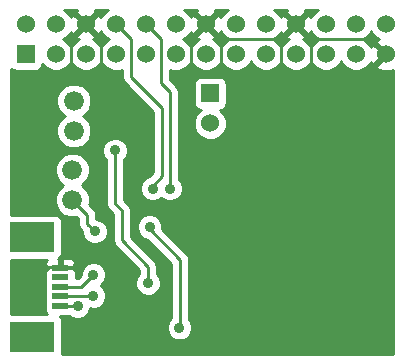
<source format=gbl>
G04 #@! TF.FileFunction,Copper,L2,Bot,Signal*
%FSLAX46Y46*%
G04 Gerber Fmt 4.6, Leading zero omitted, Abs format (unit mm)*
G04 Created by KiCad (PCBNEW (after 2015-mar-04 BZR unknown)-product) date 4/21/2015 4:00:12 PM*
%MOMM*%
G01*
G04 APERTURE LIST*
%ADD10C,0.150000*%
%ADD11R,1.524000X1.524000*%
%ADD12C,1.524000*%
%ADD13R,3.799840X2.499360*%
%ADD14R,1.399540X0.500380*%
%ADD15C,1.676400*%
%ADD16C,0.889000*%
%ADD17C,0.254000*%
G04 APERTURE END LIST*
D10*
D11*
X139905000Y-77445000D03*
D12*
X139905000Y-74905000D03*
X142445000Y-77445000D03*
X142445000Y-74905000D03*
X144985000Y-77445000D03*
X144985000Y-74905000D03*
X147525000Y-77445000D03*
X147525000Y-74905000D03*
X150065000Y-77445000D03*
X150065000Y-74905000D03*
X152605000Y-77445000D03*
X152605000Y-74905000D03*
X155145000Y-77445000D03*
X155145000Y-74905000D03*
X157685000Y-77445000D03*
X157685000Y-74905000D03*
X160225000Y-77445000D03*
X160225000Y-74905000D03*
X162765000Y-77445000D03*
X162765000Y-74905000D03*
X165305000Y-77445000D03*
X165305000Y-74905000D03*
X167845000Y-77445000D03*
X167845000Y-74905000D03*
X170385000Y-77445000D03*
X170385000Y-74905000D03*
D13*
X140430780Y-92928840D03*
X140430780Y-101331160D03*
D14*
X142831080Y-95529800D03*
X142831080Y-96329900D03*
X142831080Y-98730200D03*
X142831080Y-97930100D03*
X142831080Y-97130000D03*
D11*
X155526000Y-80747000D03*
D12*
X155526000Y-83287000D03*
D15*
X143842000Y-87224000D03*
X143842000Y-89764000D03*
X143969000Y-81382000D03*
X143969000Y-83922000D03*
D16*
X152908000Y-100584000D03*
X150382500Y-92050000D03*
X144286500Y-98781000D03*
X145620000Y-97892000D03*
X145620000Y-96114000D03*
X148858500Y-97257000D03*
X143334000Y-102337000D03*
X144350000Y-95352000D03*
X147652000Y-95860000D03*
X150636500Y-88811500D03*
X150255500Y-96812500D03*
X147461500Y-85573000D03*
X145747000Y-92431000D03*
X152097000Y-88811500D03*
D17*
X152986000Y-100506000D02*
X152986000Y-94844000D01*
X152908000Y-100584000D02*
X152986000Y-100506000D01*
X150382500Y-92050000D02*
X150382500Y-92240500D01*
X150382500Y-92240500D02*
X152986000Y-94844000D01*
X142831080Y-98730200D02*
X144235700Y-98730200D01*
X144235700Y-98730200D02*
X144286500Y-98781000D01*
X142831080Y-97930100D02*
X145581900Y-97930100D01*
X145581900Y-97930100D02*
X145620000Y-97892000D01*
X142831080Y-97130000D02*
X144604000Y-97130000D01*
X144604000Y-97130000D02*
X145620000Y-96114000D01*
X161495000Y-76175000D02*
X156415000Y-76175000D01*
X169242000Y-76175000D02*
X164035000Y-76175000D01*
X146255000Y-78207000D02*
X146255000Y-76175000D01*
X146255000Y-76175000D02*
X144985000Y-74905000D01*
X144172200Y-95529800D02*
X142831080Y-95529800D01*
X144350000Y-95352000D02*
X144172200Y-95529800D01*
X164035000Y-78334000D02*
X164035000Y-76175000D01*
X164035000Y-76175000D02*
X162765000Y-74905000D01*
X156415000Y-78334000D02*
X156415000Y-76175000D01*
X156415000Y-76175000D02*
X155145000Y-74905000D01*
X143715000Y-78080000D02*
X143715000Y-76175000D01*
X143715000Y-76175000D02*
X144985000Y-74905000D01*
X161495000Y-78461000D02*
X161495000Y-76175000D01*
X161495000Y-76175000D02*
X162765000Y-74905000D01*
X153875000Y-78207000D02*
X153875000Y-76175000D01*
X153875000Y-76175000D02*
X155145000Y-74905000D01*
X150636500Y-88811500D02*
X150636500Y-88557500D01*
X148795000Y-76175000D02*
X147525000Y-74905000D01*
X148795000Y-79350000D02*
X148795000Y-76175000D01*
X151462000Y-82017000D02*
X148795000Y-79350000D01*
X151462000Y-87732000D02*
X151462000Y-82017000D01*
X150636500Y-88557500D02*
X151462000Y-87732000D01*
X147461500Y-85573000D02*
X147461500Y-90081500D01*
X150255500Y-95415500D02*
X150255500Y-96812500D01*
X148033000Y-93193000D02*
X150255500Y-95415500D01*
X148033000Y-90653000D02*
X148033000Y-93193000D01*
X147461500Y-90081500D02*
X148033000Y-90653000D01*
X145112000Y-91796000D02*
X145112000Y-91034000D01*
X145747000Y-92431000D02*
X145112000Y-91796000D01*
X145112000Y-91034000D02*
X143842000Y-89764000D01*
X150065000Y-74905000D02*
X150089000Y-74905000D01*
X150089000Y-74905000D02*
X151335000Y-76151000D01*
X151335000Y-76151000D02*
X151335000Y-79858000D01*
X151335000Y-79858000D02*
X152097000Y-80620000D01*
X152097000Y-80620000D02*
X152097000Y-88811500D01*
G36*
X146940512Y-76174949D02*
X146734697Y-76259990D01*
X146341371Y-76652630D01*
X146255050Y-76860512D01*
X146170010Y-76654697D01*
X145777370Y-76261371D01*
X145585272Y-76181605D01*
X145716143Y-76127397D01*
X145785608Y-75885213D01*
X144985000Y-75084605D01*
X144184392Y-75885213D01*
X144253857Y-76127397D01*
X144394317Y-76177508D01*
X144194697Y-76259990D01*
X143801371Y-76652630D01*
X143715050Y-76860512D01*
X143630010Y-76654697D01*
X143237370Y-76261371D01*
X143029487Y-76175050D01*
X143235303Y-76090010D01*
X143628629Y-75697370D01*
X143708394Y-75505272D01*
X143762603Y-75636143D01*
X144004787Y-75705608D01*
X144805395Y-74905000D01*
X144004787Y-74104392D01*
X143762603Y-74173857D01*
X143712491Y-74314317D01*
X143630010Y-74114697D01*
X143237370Y-73721371D01*
X143149778Y-73685000D01*
X144253169Y-73685000D01*
X144184392Y-73924787D01*
X144985000Y-74725395D01*
X145785608Y-73924787D01*
X145716830Y-73685000D01*
X146819379Y-73685000D01*
X146734697Y-73719990D01*
X146341371Y-74112630D01*
X146261605Y-74304727D01*
X146207397Y-74173857D01*
X145965213Y-74104392D01*
X145164605Y-74905000D01*
X145965213Y-75705608D01*
X146207397Y-75636143D01*
X146257508Y-75495682D01*
X146339990Y-75695303D01*
X146732630Y-76088629D01*
X146940512Y-76174949D01*
X146940512Y-76174949D01*
G37*
X146940512Y-76174949D02*
X146734697Y-76259990D01*
X146341371Y-76652630D01*
X146255050Y-76860512D01*
X146170010Y-76654697D01*
X145777370Y-76261371D01*
X145585272Y-76181605D01*
X145716143Y-76127397D01*
X145785608Y-75885213D01*
X144985000Y-75084605D01*
X144184392Y-75885213D01*
X144253857Y-76127397D01*
X144394317Y-76177508D01*
X144194697Y-76259990D01*
X143801371Y-76652630D01*
X143715050Y-76860512D01*
X143630010Y-76654697D01*
X143237370Y-76261371D01*
X143029487Y-76175050D01*
X143235303Y-76090010D01*
X143628629Y-75697370D01*
X143708394Y-75505272D01*
X143762603Y-75636143D01*
X144004787Y-75705608D01*
X144805395Y-74905000D01*
X144004787Y-74104392D01*
X143762603Y-74173857D01*
X143712491Y-74314317D01*
X143630010Y-74114697D01*
X143237370Y-73721371D01*
X143149778Y-73685000D01*
X144253169Y-73685000D01*
X144184392Y-73924787D01*
X144985000Y-74725395D01*
X145785608Y-73924787D01*
X145716830Y-73685000D01*
X146819379Y-73685000D01*
X146734697Y-73719990D01*
X146341371Y-74112630D01*
X146261605Y-74304727D01*
X146207397Y-74173857D01*
X145965213Y-74104392D01*
X145164605Y-74905000D01*
X145965213Y-75705608D01*
X146207397Y-75636143D01*
X146257508Y-75495682D01*
X146339990Y-75695303D01*
X146732630Y-76088629D01*
X146940512Y-76174949D01*
G36*
X150258747Y-77459142D02*
X150079142Y-77638747D01*
X150065000Y-77624605D01*
X150050857Y-77638747D01*
X149871252Y-77459142D01*
X149885395Y-77445000D01*
X149871252Y-77430857D01*
X150050857Y-77251252D01*
X150065000Y-77265395D01*
X150079142Y-77251252D01*
X150258747Y-77430857D01*
X150244605Y-77445000D01*
X150258747Y-77459142D01*
X150258747Y-77459142D01*
G37*
X150258747Y-77459142D02*
X150079142Y-77638747D01*
X150065000Y-77624605D01*
X150050857Y-77638747D01*
X149871252Y-77459142D01*
X149885395Y-77445000D01*
X149871252Y-77430857D01*
X150050857Y-77251252D01*
X150065000Y-77265395D01*
X150079142Y-77251252D01*
X150258747Y-77430857D01*
X150244605Y-77445000D01*
X150258747Y-77459142D01*
G36*
X157100512Y-76174949D02*
X156894697Y-76259990D01*
X156501371Y-76652630D01*
X156415050Y-76860512D01*
X156330010Y-76654697D01*
X155937370Y-76261371D01*
X155745272Y-76181605D01*
X155876143Y-76127397D01*
X155945608Y-75885213D01*
X155145000Y-75084605D01*
X154344392Y-75885213D01*
X154413857Y-76127397D01*
X154554317Y-76177508D01*
X154354697Y-76259990D01*
X153961371Y-76652630D01*
X153875050Y-76860512D01*
X153790010Y-76654697D01*
X153397370Y-76261371D01*
X153189487Y-76175050D01*
X153395303Y-76090010D01*
X153788629Y-75697370D01*
X153868394Y-75505272D01*
X153922603Y-75636143D01*
X154164787Y-75705608D01*
X154965395Y-74905000D01*
X154164787Y-74104392D01*
X153922603Y-74173857D01*
X153872491Y-74314317D01*
X153790010Y-74114697D01*
X153397370Y-73721371D01*
X153309778Y-73685000D01*
X154413169Y-73685000D01*
X154344392Y-73924787D01*
X155145000Y-74725395D01*
X155945608Y-73924787D01*
X155876830Y-73685000D01*
X156979379Y-73685000D01*
X156894697Y-73719990D01*
X156501371Y-74112630D01*
X156421605Y-74304727D01*
X156367397Y-74173857D01*
X156125213Y-74104392D01*
X155324605Y-74905000D01*
X156125213Y-75705608D01*
X156367397Y-75636143D01*
X156417508Y-75495682D01*
X156499990Y-75695303D01*
X156892630Y-76088629D01*
X157100512Y-76174949D01*
X157100512Y-76174949D01*
G37*
X157100512Y-76174949D02*
X156894697Y-76259990D01*
X156501371Y-76652630D01*
X156415050Y-76860512D01*
X156330010Y-76654697D01*
X155937370Y-76261371D01*
X155745272Y-76181605D01*
X155876143Y-76127397D01*
X155945608Y-75885213D01*
X155145000Y-75084605D01*
X154344392Y-75885213D01*
X154413857Y-76127397D01*
X154554317Y-76177508D01*
X154354697Y-76259990D01*
X153961371Y-76652630D01*
X153875050Y-76860512D01*
X153790010Y-76654697D01*
X153397370Y-76261371D01*
X153189487Y-76175050D01*
X153395303Y-76090010D01*
X153788629Y-75697370D01*
X153868394Y-75505272D01*
X153922603Y-75636143D01*
X154164787Y-75705608D01*
X154965395Y-74905000D01*
X154164787Y-74104392D01*
X153922603Y-74173857D01*
X153872491Y-74314317D01*
X153790010Y-74114697D01*
X153397370Y-73721371D01*
X153309778Y-73685000D01*
X154413169Y-73685000D01*
X154344392Y-73924787D01*
X155145000Y-74725395D01*
X155945608Y-73924787D01*
X155876830Y-73685000D01*
X156979379Y-73685000D01*
X156894697Y-73719990D01*
X156501371Y-74112630D01*
X156421605Y-74304727D01*
X156367397Y-74173857D01*
X156125213Y-74104392D01*
X155324605Y-74905000D01*
X156125213Y-75705608D01*
X156367397Y-75636143D01*
X156417508Y-75495682D01*
X156499990Y-75695303D01*
X156892630Y-76088629D01*
X157100512Y-76174949D01*
G36*
X164720512Y-76174949D02*
X164514697Y-76259990D01*
X164121371Y-76652630D01*
X164035050Y-76860512D01*
X163950010Y-76654697D01*
X163557370Y-76261371D01*
X163365272Y-76181605D01*
X163496143Y-76127397D01*
X163565608Y-75885213D01*
X162765000Y-75084605D01*
X161964392Y-75885213D01*
X162033857Y-76127397D01*
X162174317Y-76177508D01*
X161974697Y-76259990D01*
X161581371Y-76652630D01*
X161495050Y-76860512D01*
X161410010Y-76654697D01*
X161017370Y-76261371D01*
X160809487Y-76175050D01*
X161015303Y-76090010D01*
X161408629Y-75697370D01*
X161488394Y-75505272D01*
X161542603Y-75636143D01*
X161784787Y-75705608D01*
X162585395Y-74905000D01*
X161784787Y-74104392D01*
X161542603Y-74173857D01*
X161492491Y-74314317D01*
X161410010Y-74114697D01*
X161017370Y-73721371D01*
X160929778Y-73685000D01*
X162033169Y-73685000D01*
X161964392Y-73924787D01*
X162765000Y-74725395D01*
X163565608Y-73924787D01*
X163496830Y-73685000D01*
X164599379Y-73685000D01*
X164514697Y-73719990D01*
X164121371Y-74112630D01*
X164041605Y-74304727D01*
X163987397Y-74173857D01*
X163745213Y-74104392D01*
X162944605Y-74905000D01*
X163745213Y-75705608D01*
X163987397Y-75636143D01*
X164037508Y-75495682D01*
X164119990Y-75695303D01*
X164512630Y-76088629D01*
X164720512Y-76174949D01*
X164720512Y-76174949D01*
G37*
X164720512Y-76174949D02*
X164514697Y-76259990D01*
X164121371Y-76652630D01*
X164035050Y-76860512D01*
X163950010Y-76654697D01*
X163557370Y-76261371D01*
X163365272Y-76181605D01*
X163496143Y-76127397D01*
X163565608Y-75885213D01*
X162765000Y-75084605D01*
X161964392Y-75885213D01*
X162033857Y-76127397D01*
X162174317Y-76177508D01*
X161974697Y-76259990D01*
X161581371Y-76652630D01*
X161495050Y-76860512D01*
X161410010Y-76654697D01*
X161017370Y-76261371D01*
X160809487Y-76175050D01*
X161015303Y-76090010D01*
X161408629Y-75697370D01*
X161488394Y-75505272D01*
X161542603Y-75636143D01*
X161784787Y-75705608D01*
X162585395Y-74905000D01*
X161784787Y-74104392D01*
X161542603Y-74173857D01*
X161492491Y-74314317D01*
X161410010Y-74114697D01*
X161017370Y-73721371D01*
X160929778Y-73685000D01*
X162033169Y-73685000D01*
X161964392Y-73924787D01*
X162765000Y-74725395D01*
X163565608Y-73924787D01*
X163496830Y-73685000D01*
X164599379Y-73685000D01*
X164514697Y-73719990D01*
X164121371Y-74112630D01*
X164041605Y-74304727D01*
X163987397Y-74173857D01*
X163745213Y-74104392D01*
X162944605Y-74905000D01*
X163745213Y-75705608D01*
X163987397Y-75636143D01*
X164037508Y-75495682D01*
X164119990Y-75695303D01*
X164512630Y-76088629D01*
X164720512Y-76174949D01*
G36*
X170970000Y-102795000D02*
X156935440Y-102795000D01*
X156935440Y-81509000D01*
X156935440Y-79985000D01*
X156888463Y-79742877D01*
X156748673Y-79530073D01*
X156537640Y-79387623D01*
X156288000Y-79337560D01*
X154764000Y-79337560D01*
X154521877Y-79384537D01*
X154309073Y-79524327D01*
X154166623Y-79735360D01*
X154116560Y-79985000D01*
X154116560Y-81509000D01*
X154163537Y-81751123D01*
X154303327Y-81963927D01*
X154514360Y-82106377D01*
X154695011Y-82142604D01*
X154342371Y-82494630D01*
X154129243Y-83007900D01*
X154128758Y-83563661D01*
X154340990Y-84077303D01*
X154733630Y-84470629D01*
X155246900Y-84683757D01*
X155802661Y-84684242D01*
X156316303Y-84472010D01*
X156709629Y-84079370D01*
X156922757Y-83566100D01*
X156923242Y-83010339D01*
X156711010Y-82496697D01*
X156357822Y-82142892D01*
X156530123Y-82109463D01*
X156742927Y-81969673D01*
X156885377Y-81758640D01*
X156935440Y-81509000D01*
X156935440Y-102795000D01*
X153987687Y-102795000D01*
X153987687Y-100370216D01*
X153823689Y-99973311D01*
X153748000Y-99897489D01*
X153748000Y-94844000D01*
X153689996Y-94552396D01*
X153689996Y-94552395D01*
X153524815Y-94305185D01*
X151461833Y-92242203D01*
X151462187Y-91836216D01*
X151298189Y-91439311D01*
X150994786Y-91135378D01*
X150598168Y-90970687D01*
X150168716Y-90970313D01*
X149771811Y-91134311D01*
X149467878Y-91437714D01*
X149303187Y-91834332D01*
X149302813Y-92263784D01*
X149466811Y-92660689D01*
X149770214Y-92964622D01*
X150166832Y-93129313D01*
X150193706Y-93129336D01*
X152224000Y-95159630D01*
X152224000Y-99741494D01*
X151993378Y-99971714D01*
X151828687Y-100368332D01*
X151828313Y-100797784D01*
X151992311Y-101194689D01*
X152295714Y-101498622D01*
X152692332Y-101663313D01*
X153121784Y-101663687D01*
X153518689Y-101499689D01*
X153822622Y-101196286D01*
X153987313Y-100799668D01*
X153987687Y-100370216D01*
X153987687Y-102795000D01*
X151335187Y-102795000D01*
X151335187Y-96598716D01*
X151171189Y-96201811D01*
X151017500Y-96047853D01*
X151017500Y-95415500D01*
X150959496Y-95123896D01*
X150959496Y-95123895D01*
X150893334Y-95024876D01*
X150794316Y-94876685D01*
X148795000Y-92877369D01*
X148795000Y-90653000D01*
X148736996Y-90361395D01*
X148571815Y-90114185D01*
X148223500Y-89765870D01*
X148223500Y-86337641D01*
X148376122Y-86185286D01*
X148540813Y-85788668D01*
X148541187Y-85359216D01*
X148377189Y-84962311D01*
X148073786Y-84658378D01*
X147677168Y-84493687D01*
X147247716Y-84493313D01*
X146850811Y-84657311D01*
X146546878Y-84960714D01*
X146382187Y-85357332D01*
X146381813Y-85786784D01*
X146545811Y-86183689D01*
X146699500Y-86337646D01*
X146699500Y-90081500D01*
X146757504Y-90373105D01*
X146922685Y-90620315D01*
X147271000Y-90968630D01*
X147271000Y-93193000D01*
X147329004Y-93484605D01*
X147494185Y-93731815D01*
X149493500Y-95731130D01*
X149493500Y-96047858D01*
X149340878Y-96200214D01*
X149176187Y-96596832D01*
X149175813Y-97026284D01*
X149339811Y-97423189D01*
X149643214Y-97727122D01*
X150039832Y-97891813D01*
X150469284Y-97892187D01*
X150866189Y-97728189D01*
X151170122Y-97424786D01*
X151334813Y-97028168D01*
X151335187Y-96598716D01*
X151335187Y-102795000D01*
X146826687Y-102795000D01*
X146826687Y-92217216D01*
X146662689Y-91820311D01*
X146359286Y-91516378D01*
X145962668Y-91351687D01*
X145874000Y-91351609D01*
X145874000Y-91034000D01*
X145815996Y-90742395D01*
X145650815Y-90495185D01*
X145650815Y-90495184D01*
X145442455Y-90286824D01*
X145442455Y-83630248D01*
X145218647Y-83088589D01*
X144804591Y-82673810D01*
X144752608Y-82652224D01*
X144802411Y-82631647D01*
X145217190Y-82217591D01*
X145441944Y-81676323D01*
X145442455Y-81090248D01*
X145218647Y-80548589D01*
X144804591Y-80133810D01*
X144263323Y-79909056D01*
X143677248Y-79908545D01*
X143135589Y-80132353D01*
X142720810Y-80546409D01*
X142496056Y-81087677D01*
X142495545Y-81673752D01*
X142719353Y-82215411D01*
X143133409Y-82630190D01*
X143185391Y-82651775D01*
X143135589Y-82672353D01*
X142720810Y-83086409D01*
X142496056Y-83627677D01*
X142495545Y-84213752D01*
X142719353Y-84755411D01*
X143133409Y-85170190D01*
X143674677Y-85394944D01*
X144260752Y-85395455D01*
X144802411Y-85171647D01*
X145217190Y-84757591D01*
X145441944Y-84216323D01*
X145442455Y-83630248D01*
X145442455Y-90286824D01*
X145285313Y-90129682D01*
X145314944Y-90058323D01*
X145315455Y-89472248D01*
X145091647Y-88930589D01*
X144677591Y-88515810D01*
X144625608Y-88494224D01*
X144675411Y-88473647D01*
X145090190Y-88059591D01*
X145314944Y-87518323D01*
X145315455Y-86932248D01*
X145091647Y-86390589D01*
X144677591Y-85975810D01*
X144136323Y-85751056D01*
X143550248Y-85750545D01*
X143008589Y-85974353D01*
X142593810Y-86388409D01*
X142369056Y-86929677D01*
X142368545Y-87515752D01*
X142592353Y-88057411D01*
X143006409Y-88472190D01*
X143058391Y-88493775D01*
X143008589Y-88514353D01*
X142593810Y-88928409D01*
X142369056Y-89469677D01*
X142368545Y-90055752D01*
X142592353Y-90597411D01*
X143006409Y-91012190D01*
X143547677Y-91236944D01*
X144133752Y-91237455D01*
X144207395Y-91207026D01*
X144350000Y-91349630D01*
X144350000Y-91796000D01*
X144408004Y-92087605D01*
X144573185Y-92334815D01*
X144667500Y-92429130D01*
X144667313Y-92644784D01*
X144831311Y-93041689D01*
X145134714Y-93345622D01*
X145531332Y-93510313D01*
X145960784Y-93510687D01*
X146357689Y-93346689D01*
X146661622Y-93043286D01*
X146826313Y-92646668D01*
X146826687Y-92217216D01*
X146826687Y-102795000D01*
X142935192Y-102795000D01*
X142978140Y-102580840D01*
X142978140Y-100081480D01*
X142931163Y-99839357D01*
X142792211Y-99627830D01*
X143530850Y-99627830D01*
X143594258Y-99615527D01*
X143674214Y-99695622D01*
X144070832Y-99860313D01*
X144500284Y-99860687D01*
X144897189Y-99696689D01*
X145201122Y-99393286D01*
X145365813Y-98996668D01*
X145365848Y-98955333D01*
X145404332Y-98971313D01*
X145833784Y-98971687D01*
X146230689Y-98807689D01*
X146534622Y-98504286D01*
X146699313Y-98107668D01*
X146699687Y-97678216D01*
X146535689Y-97281311D01*
X146257644Y-97002780D01*
X146534622Y-96726286D01*
X146699313Y-96329668D01*
X146699687Y-95900216D01*
X146535689Y-95503311D01*
X146232286Y-95199378D01*
X145835668Y-95034687D01*
X145406216Y-95034313D01*
X145009311Y-95198311D01*
X144705378Y-95501714D01*
X144540687Y-95898332D01*
X144540497Y-96115872D01*
X144288370Y-96368000D01*
X144178290Y-96368000D01*
X144178290Y-96079710D01*
X144151408Y-95941162D01*
X144165850Y-95906299D01*
X144165850Y-95813645D01*
X144165850Y-95245955D01*
X144165850Y-95153301D01*
X144069177Y-94919912D01*
X143890549Y-94741283D01*
X143657160Y-94644610D01*
X143404541Y-94644610D01*
X143116830Y-94644610D01*
X142958080Y-94803360D01*
X142958080Y-95404705D01*
X144007100Y-95404705D01*
X144165850Y-95245955D01*
X144165850Y-95813645D01*
X144019351Y-95667146D01*
X143991523Y-95624783D01*
X143780490Y-95482333D01*
X143530850Y-95432270D01*
X142131310Y-95432270D01*
X141889187Y-95479247D01*
X141676383Y-95619037D01*
X141646193Y-95663761D01*
X141496310Y-95813645D01*
X141496310Y-95906299D01*
X141511359Y-95942632D01*
X141483870Y-96079710D01*
X141483870Y-96580090D01*
X141513426Y-96732426D01*
X141483870Y-96879810D01*
X141483870Y-97380190D01*
X141513426Y-97532526D01*
X141483870Y-97679910D01*
X141483870Y-98180290D01*
X141513426Y-98332626D01*
X141483870Y-98480010D01*
X141483870Y-98980390D01*
X141530847Y-99222513D01*
X141669798Y-99434040D01*
X138685000Y-99434040D01*
X138685000Y-94825960D01*
X141686934Y-94825960D01*
X141592983Y-94919912D01*
X141496310Y-95153301D01*
X141496310Y-95245955D01*
X141655060Y-95404705D01*
X142704080Y-95404705D01*
X142704080Y-94803360D01*
X142637329Y-94736609D01*
X142785627Y-94639193D01*
X142928077Y-94428160D01*
X142978140Y-94178520D01*
X142978140Y-91679160D01*
X142931163Y-91437037D01*
X142791373Y-91224233D01*
X142580340Y-91081783D01*
X142330700Y-91031720D01*
X138685000Y-91031720D01*
X138685000Y-78663731D01*
X138893360Y-78804377D01*
X139143000Y-78854440D01*
X140667000Y-78854440D01*
X140909123Y-78807463D01*
X141121927Y-78667673D01*
X141264377Y-78456640D01*
X141300604Y-78275988D01*
X141652630Y-78628629D01*
X142165900Y-78841757D01*
X142721661Y-78842242D01*
X143235303Y-78630010D01*
X143628629Y-78237370D01*
X143714949Y-78029487D01*
X143799990Y-78235303D01*
X144192630Y-78628629D01*
X144705900Y-78841757D01*
X145261661Y-78842242D01*
X145775303Y-78630010D01*
X146168629Y-78237370D01*
X146254949Y-78029487D01*
X146339990Y-78235303D01*
X146732630Y-78628629D01*
X147245900Y-78841757D01*
X147801661Y-78842242D01*
X148033000Y-78746654D01*
X148033000Y-79350000D01*
X148091004Y-79641605D01*
X148256185Y-79888815D01*
X150700000Y-82332630D01*
X150700000Y-87416369D01*
X150357687Y-87758682D01*
X150025811Y-87895811D01*
X149721878Y-88199214D01*
X149557187Y-88595832D01*
X149556813Y-89025284D01*
X149720811Y-89422189D01*
X150024214Y-89726122D01*
X150420832Y-89890813D01*
X150850284Y-89891187D01*
X151247189Y-89727189D01*
X151366692Y-89607894D01*
X151484714Y-89726122D01*
X151881332Y-89890813D01*
X152310784Y-89891187D01*
X152707689Y-89727189D01*
X153011622Y-89423786D01*
X153176313Y-89027168D01*
X153176687Y-88597716D01*
X153012689Y-88200811D01*
X152859000Y-88046853D01*
X152859000Y-80620000D01*
X152800996Y-80328396D01*
X152800996Y-80328395D01*
X152734834Y-80229376D01*
X152635816Y-80081185D01*
X152097000Y-79542369D01*
X152097000Y-78746709D01*
X152325900Y-78841757D01*
X152881661Y-78842242D01*
X153395303Y-78630010D01*
X153788629Y-78237370D01*
X153874949Y-78029487D01*
X153959990Y-78235303D01*
X154352630Y-78628629D01*
X154865900Y-78841757D01*
X155421661Y-78842242D01*
X155935303Y-78630010D01*
X156328629Y-78237370D01*
X156414949Y-78029487D01*
X156499990Y-78235303D01*
X156892630Y-78628629D01*
X157405900Y-78841757D01*
X157961661Y-78842242D01*
X158475303Y-78630010D01*
X158868629Y-78237370D01*
X158954949Y-78029487D01*
X159039990Y-78235303D01*
X159432630Y-78628629D01*
X159945900Y-78841757D01*
X160501661Y-78842242D01*
X161015303Y-78630010D01*
X161408629Y-78237370D01*
X161494949Y-78029487D01*
X161579990Y-78235303D01*
X161972630Y-78628629D01*
X162485900Y-78841757D01*
X163041661Y-78842242D01*
X163555303Y-78630010D01*
X163948629Y-78237370D01*
X164034949Y-78029487D01*
X164119990Y-78235303D01*
X164512630Y-78628629D01*
X165025900Y-78841757D01*
X165581661Y-78842242D01*
X166095303Y-78630010D01*
X166488629Y-78237370D01*
X166574949Y-78029487D01*
X166659990Y-78235303D01*
X167052630Y-78628629D01*
X167565900Y-78841757D01*
X168121661Y-78842242D01*
X168635303Y-78630010D01*
X169028629Y-78237370D01*
X169108394Y-78045272D01*
X169162603Y-78176143D01*
X169404787Y-78245608D01*
X170205395Y-77445000D01*
X169404787Y-76644392D01*
X169162603Y-76713857D01*
X169112491Y-76854317D01*
X169030010Y-76654697D01*
X168637370Y-76261371D01*
X168429487Y-76175050D01*
X168635303Y-76090010D01*
X169028629Y-75697370D01*
X169114949Y-75489487D01*
X169199990Y-75695303D01*
X169592630Y-76088629D01*
X169784727Y-76168394D01*
X169653857Y-76222603D01*
X169584392Y-76464787D01*
X170385000Y-77265395D01*
X170399142Y-77251252D01*
X170578747Y-77430857D01*
X170564605Y-77445000D01*
X170578747Y-77459142D01*
X170399142Y-77638747D01*
X170385000Y-77624605D01*
X169584392Y-78425213D01*
X169653857Y-78667397D01*
X170177302Y-78854144D01*
X170732368Y-78826362D01*
X170970000Y-78727931D01*
X170970000Y-102795000D01*
X170970000Y-102795000D01*
G37*
X170970000Y-102795000D02*
X156935440Y-102795000D01*
X156935440Y-81509000D01*
X156935440Y-79985000D01*
X156888463Y-79742877D01*
X156748673Y-79530073D01*
X156537640Y-79387623D01*
X156288000Y-79337560D01*
X154764000Y-79337560D01*
X154521877Y-79384537D01*
X154309073Y-79524327D01*
X154166623Y-79735360D01*
X154116560Y-79985000D01*
X154116560Y-81509000D01*
X154163537Y-81751123D01*
X154303327Y-81963927D01*
X154514360Y-82106377D01*
X154695011Y-82142604D01*
X154342371Y-82494630D01*
X154129243Y-83007900D01*
X154128758Y-83563661D01*
X154340990Y-84077303D01*
X154733630Y-84470629D01*
X155246900Y-84683757D01*
X155802661Y-84684242D01*
X156316303Y-84472010D01*
X156709629Y-84079370D01*
X156922757Y-83566100D01*
X156923242Y-83010339D01*
X156711010Y-82496697D01*
X156357822Y-82142892D01*
X156530123Y-82109463D01*
X156742927Y-81969673D01*
X156885377Y-81758640D01*
X156935440Y-81509000D01*
X156935440Y-102795000D01*
X153987687Y-102795000D01*
X153987687Y-100370216D01*
X153823689Y-99973311D01*
X153748000Y-99897489D01*
X153748000Y-94844000D01*
X153689996Y-94552396D01*
X153689996Y-94552395D01*
X153524815Y-94305185D01*
X151461833Y-92242203D01*
X151462187Y-91836216D01*
X151298189Y-91439311D01*
X150994786Y-91135378D01*
X150598168Y-90970687D01*
X150168716Y-90970313D01*
X149771811Y-91134311D01*
X149467878Y-91437714D01*
X149303187Y-91834332D01*
X149302813Y-92263784D01*
X149466811Y-92660689D01*
X149770214Y-92964622D01*
X150166832Y-93129313D01*
X150193706Y-93129336D01*
X152224000Y-95159630D01*
X152224000Y-99741494D01*
X151993378Y-99971714D01*
X151828687Y-100368332D01*
X151828313Y-100797784D01*
X151992311Y-101194689D01*
X152295714Y-101498622D01*
X152692332Y-101663313D01*
X153121784Y-101663687D01*
X153518689Y-101499689D01*
X153822622Y-101196286D01*
X153987313Y-100799668D01*
X153987687Y-100370216D01*
X153987687Y-102795000D01*
X151335187Y-102795000D01*
X151335187Y-96598716D01*
X151171189Y-96201811D01*
X151017500Y-96047853D01*
X151017500Y-95415500D01*
X150959496Y-95123896D01*
X150959496Y-95123895D01*
X150893334Y-95024876D01*
X150794316Y-94876685D01*
X148795000Y-92877369D01*
X148795000Y-90653000D01*
X148736996Y-90361395D01*
X148571815Y-90114185D01*
X148223500Y-89765870D01*
X148223500Y-86337641D01*
X148376122Y-86185286D01*
X148540813Y-85788668D01*
X148541187Y-85359216D01*
X148377189Y-84962311D01*
X148073786Y-84658378D01*
X147677168Y-84493687D01*
X147247716Y-84493313D01*
X146850811Y-84657311D01*
X146546878Y-84960714D01*
X146382187Y-85357332D01*
X146381813Y-85786784D01*
X146545811Y-86183689D01*
X146699500Y-86337646D01*
X146699500Y-90081500D01*
X146757504Y-90373105D01*
X146922685Y-90620315D01*
X147271000Y-90968630D01*
X147271000Y-93193000D01*
X147329004Y-93484605D01*
X147494185Y-93731815D01*
X149493500Y-95731130D01*
X149493500Y-96047858D01*
X149340878Y-96200214D01*
X149176187Y-96596832D01*
X149175813Y-97026284D01*
X149339811Y-97423189D01*
X149643214Y-97727122D01*
X150039832Y-97891813D01*
X150469284Y-97892187D01*
X150866189Y-97728189D01*
X151170122Y-97424786D01*
X151334813Y-97028168D01*
X151335187Y-96598716D01*
X151335187Y-102795000D01*
X146826687Y-102795000D01*
X146826687Y-92217216D01*
X146662689Y-91820311D01*
X146359286Y-91516378D01*
X145962668Y-91351687D01*
X145874000Y-91351609D01*
X145874000Y-91034000D01*
X145815996Y-90742395D01*
X145650815Y-90495185D01*
X145650815Y-90495184D01*
X145442455Y-90286824D01*
X145442455Y-83630248D01*
X145218647Y-83088589D01*
X144804591Y-82673810D01*
X144752608Y-82652224D01*
X144802411Y-82631647D01*
X145217190Y-82217591D01*
X145441944Y-81676323D01*
X145442455Y-81090248D01*
X145218647Y-80548589D01*
X144804591Y-80133810D01*
X144263323Y-79909056D01*
X143677248Y-79908545D01*
X143135589Y-80132353D01*
X142720810Y-80546409D01*
X142496056Y-81087677D01*
X142495545Y-81673752D01*
X142719353Y-82215411D01*
X143133409Y-82630190D01*
X143185391Y-82651775D01*
X143135589Y-82672353D01*
X142720810Y-83086409D01*
X142496056Y-83627677D01*
X142495545Y-84213752D01*
X142719353Y-84755411D01*
X143133409Y-85170190D01*
X143674677Y-85394944D01*
X144260752Y-85395455D01*
X144802411Y-85171647D01*
X145217190Y-84757591D01*
X145441944Y-84216323D01*
X145442455Y-83630248D01*
X145442455Y-90286824D01*
X145285313Y-90129682D01*
X145314944Y-90058323D01*
X145315455Y-89472248D01*
X145091647Y-88930589D01*
X144677591Y-88515810D01*
X144625608Y-88494224D01*
X144675411Y-88473647D01*
X145090190Y-88059591D01*
X145314944Y-87518323D01*
X145315455Y-86932248D01*
X145091647Y-86390589D01*
X144677591Y-85975810D01*
X144136323Y-85751056D01*
X143550248Y-85750545D01*
X143008589Y-85974353D01*
X142593810Y-86388409D01*
X142369056Y-86929677D01*
X142368545Y-87515752D01*
X142592353Y-88057411D01*
X143006409Y-88472190D01*
X143058391Y-88493775D01*
X143008589Y-88514353D01*
X142593810Y-88928409D01*
X142369056Y-89469677D01*
X142368545Y-90055752D01*
X142592353Y-90597411D01*
X143006409Y-91012190D01*
X143547677Y-91236944D01*
X144133752Y-91237455D01*
X144207395Y-91207026D01*
X144350000Y-91349630D01*
X144350000Y-91796000D01*
X144408004Y-92087605D01*
X144573185Y-92334815D01*
X144667500Y-92429130D01*
X144667313Y-92644784D01*
X144831311Y-93041689D01*
X145134714Y-93345622D01*
X145531332Y-93510313D01*
X145960784Y-93510687D01*
X146357689Y-93346689D01*
X146661622Y-93043286D01*
X146826313Y-92646668D01*
X146826687Y-92217216D01*
X146826687Y-102795000D01*
X142935192Y-102795000D01*
X142978140Y-102580840D01*
X142978140Y-100081480D01*
X142931163Y-99839357D01*
X142792211Y-99627830D01*
X143530850Y-99627830D01*
X143594258Y-99615527D01*
X143674214Y-99695622D01*
X144070832Y-99860313D01*
X144500284Y-99860687D01*
X144897189Y-99696689D01*
X145201122Y-99393286D01*
X145365813Y-98996668D01*
X145365848Y-98955333D01*
X145404332Y-98971313D01*
X145833784Y-98971687D01*
X146230689Y-98807689D01*
X146534622Y-98504286D01*
X146699313Y-98107668D01*
X146699687Y-97678216D01*
X146535689Y-97281311D01*
X146257644Y-97002780D01*
X146534622Y-96726286D01*
X146699313Y-96329668D01*
X146699687Y-95900216D01*
X146535689Y-95503311D01*
X146232286Y-95199378D01*
X145835668Y-95034687D01*
X145406216Y-95034313D01*
X145009311Y-95198311D01*
X144705378Y-95501714D01*
X144540687Y-95898332D01*
X144540497Y-96115872D01*
X144288370Y-96368000D01*
X144178290Y-96368000D01*
X144178290Y-96079710D01*
X144151408Y-95941162D01*
X144165850Y-95906299D01*
X144165850Y-95813645D01*
X144165850Y-95245955D01*
X144165850Y-95153301D01*
X144069177Y-94919912D01*
X143890549Y-94741283D01*
X143657160Y-94644610D01*
X143404541Y-94644610D01*
X143116830Y-94644610D01*
X142958080Y-94803360D01*
X142958080Y-95404705D01*
X144007100Y-95404705D01*
X144165850Y-95245955D01*
X144165850Y-95813645D01*
X144019351Y-95667146D01*
X143991523Y-95624783D01*
X143780490Y-95482333D01*
X143530850Y-95432270D01*
X142131310Y-95432270D01*
X141889187Y-95479247D01*
X141676383Y-95619037D01*
X141646193Y-95663761D01*
X141496310Y-95813645D01*
X141496310Y-95906299D01*
X141511359Y-95942632D01*
X141483870Y-96079710D01*
X141483870Y-96580090D01*
X141513426Y-96732426D01*
X141483870Y-96879810D01*
X141483870Y-97380190D01*
X141513426Y-97532526D01*
X141483870Y-97679910D01*
X141483870Y-98180290D01*
X141513426Y-98332626D01*
X141483870Y-98480010D01*
X141483870Y-98980390D01*
X141530847Y-99222513D01*
X141669798Y-99434040D01*
X138685000Y-99434040D01*
X138685000Y-94825960D01*
X141686934Y-94825960D01*
X141592983Y-94919912D01*
X141496310Y-95153301D01*
X141496310Y-95245955D01*
X141655060Y-95404705D01*
X142704080Y-95404705D01*
X142704080Y-94803360D01*
X142637329Y-94736609D01*
X142785627Y-94639193D01*
X142928077Y-94428160D01*
X142978140Y-94178520D01*
X142978140Y-91679160D01*
X142931163Y-91437037D01*
X142791373Y-91224233D01*
X142580340Y-91081783D01*
X142330700Y-91031720D01*
X138685000Y-91031720D01*
X138685000Y-78663731D01*
X138893360Y-78804377D01*
X139143000Y-78854440D01*
X140667000Y-78854440D01*
X140909123Y-78807463D01*
X141121927Y-78667673D01*
X141264377Y-78456640D01*
X141300604Y-78275988D01*
X141652630Y-78628629D01*
X142165900Y-78841757D01*
X142721661Y-78842242D01*
X143235303Y-78630010D01*
X143628629Y-78237370D01*
X143714949Y-78029487D01*
X143799990Y-78235303D01*
X144192630Y-78628629D01*
X144705900Y-78841757D01*
X145261661Y-78842242D01*
X145775303Y-78630010D01*
X146168629Y-78237370D01*
X146254949Y-78029487D01*
X146339990Y-78235303D01*
X146732630Y-78628629D01*
X147245900Y-78841757D01*
X147801661Y-78842242D01*
X148033000Y-78746654D01*
X148033000Y-79350000D01*
X148091004Y-79641605D01*
X148256185Y-79888815D01*
X150700000Y-82332630D01*
X150700000Y-87416369D01*
X150357687Y-87758682D01*
X150025811Y-87895811D01*
X149721878Y-88199214D01*
X149557187Y-88595832D01*
X149556813Y-89025284D01*
X149720811Y-89422189D01*
X150024214Y-89726122D01*
X150420832Y-89890813D01*
X150850284Y-89891187D01*
X151247189Y-89727189D01*
X151366692Y-89607894D01*
X151484714Y-89726122D01*
X151881332Y-89890813D01*
X152310784Y-89891187D01*
X152707689Y-89727189D01*
X153011622Y-89423786D01*
X153176313Y-89027168D01*
X153176687Y-88597716D01*
X153012689Y-88200811D01*
X152859000Y-88046853D01*
X152859000Y-80620000D01*
X152800996Y-80328396D01*
X152800996Y-80328395D01*
X152734834Y-80229376D01*
X152635816Y-80081185D01*
X152097000Y-79542369D01*
X152097000Y-78746709D01*
X152325900Y-78841757D01*
X152881661Y-78842242D01*
X153395303Y-78630010D01*
X153788629Y-78237370D01*
X153874949Y-78029487D01*
X153959990Y-78235303D01*
X154352630Y-78628629D01*
X154865900Y-78841757D01*
X155421661Y-78842242D01*
X155935303Y-78630010D01*
X156328629Y-78237370D01*
X156414949Y-78029487D01*
X156499990Y-78235303D01*
X156892630Y-78628629D01*
X157405900Y-78841757D01*
X157961661Y-78842242D01*
X158475303Y-78630010D01*
X158868629Y-78237370D01*
X158954949Y-78029487D01*
X159039990Y-78235303D01*
X159432630Y-78628629D01*
X159945900Y-78841757D01*
X160501661Y-78842242D01*
X161015303Y-78630010D01*
X161408629Y-78237370D01*
X161494949Y-78029487D01*
X161579990Y-78235303D01*
X161972630Y-78628629D01*
X162485900Y-78841757D01*
X163041661Y-78842242D01*
X163555303Y-78630010D01*
X163948629Y-78237370D01*
X164034949Y-78029487D01*
X164119990Y-78235303D01*
X164512630Y-78628629D01*
X165025900Y-78841757D01*
X165581661Y-78842242D01*
X166095303Y-78630010D01*
X166488629Y-78237370D01*
X166574949Y-78029487D01*
X166659990Y-78235303D01*
X167052630Y-78628629D01*
X167565900Y-78841757D01*
X168121661Y-78842242D01*
X168635303Y-78630010D01*
X169028629Y-78237370D01*
X169108394Y-78045272D01*
X169162603Y-78176143D01*
X169404787Y-78245608D01*
X170205395Y-77445000D01*
X169404787Y-76644392D01*
X169162603Y-76713857D01*
X169112491Y-76854317D01*
X169030010Y-76654697D01*
X168637370Y-76261371D01*
X168429487Y-76175050D01*
X168635303Y-76090010D01*
X169028629Y-75697370D01*
X169114949Y-75489487D01*
X169199990Y-75695303D01*
X169592630Y-76088629D01*
X169784727Y-76168394D01*
X169653857Y-76222603D01*
X169584392Y-76464787D01*
X170385000Y-77265395D01*
X170399142Y-77251252D01*
X170578747Y-77430857D01*
X170564605Y-77445000D01*
X170578747Y-77459142D01*
X170399142Y-77638747D01*
X170385000Y-77624605D01*
X169584392Y-78425213D01*
X169653857Y-78667397D01*
X170177302Y-78854144D01*
X170732368Y-78826362D01*
X170970000Y-78727931D01*
X170970000Y-102795000D01*
M02*

</source>
